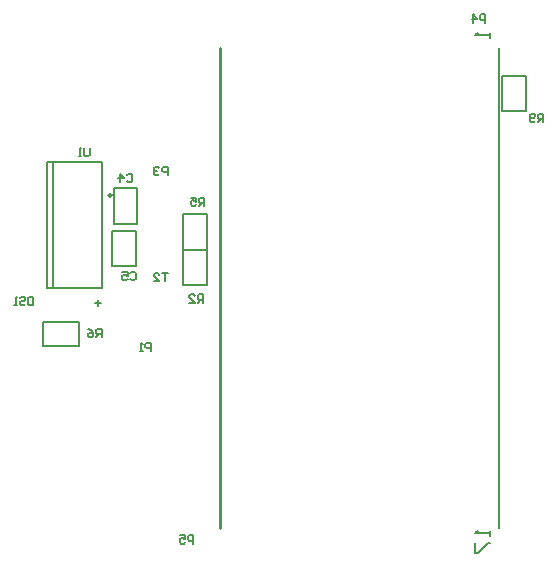
<source format=gbo>
G04*
G04 #@! TF.GenerationSoftware,Altium Limited,Altium Designer,22.7.1 (60)*
G04*
G04 Layer_Color=32896*
%FSLAX44Y44*%
%MOMM*%
G71*
G04*
G04 #@! TF.SameCoordinates,8A5828DB-0F62-4D68-8539-0FC61A56A6C0*
G04*
G04*
G04 #@! TF.FilePolarity,Positive*
G04*
G01*
G75*
%ADD10C,0.2500*%
%ADD11C,0.2000*%
%ADD13C,0.1270*%
%ADD14C,0.1500*%
%ADD44C,0.2540*%
%ADD58C,0.2032*%
D10*
X93250Y373400D02*
G03*
X93250Y373400I-1250J0D01*
G01*
D11*
X421700Y91900D02*
Y498300D01*
X79450Y282000D02*
X84450D01*
X81910Y279540D02*
Y284540D01*
X43500Y294500D02*
Y401500D01*
X38500Y294500D02*
Y401500D01*
X85500Y294500D02*
Y401500D01*
X38500D02*
X85500D01*
X38500Y294500D02*
X85500D01*
D13*
X95000Y349500D02*
Y379500D01*
Y349500D02*
X115000D01*
Y379500D01*
X95000D02*
X115000D01*
X65500Y246000D02*
Y266000D01*
X35500Y246000D02*
X65500D01*
X35500D02*
Y266000D01*
X65500D01*
X174000Y327500D02*
Y357500D01*
X154000D02*
X174000D01*
X154000Y327500D02*
Y357500D01*
Y327500D02*
X174000D01*
Y297500D02*
Y327500D01*
X154000D02*
X174000D01*
X154000Y297500D02*
Y327500D01*
Y297500D02*
X174000D01*
X114000Y313500D02*
Y343500D01*
X94000D02*
X114000D01*
X94000Y313500D02*
Y343500D01*
Y313500D02*
X114000D01*
X444000Y444500D02*
Y474500D01*
X424000D02*
X444000D01*
X424000Y444500D02*
Y474500D01*
Y444500D02*
X444000D01*
D14*
X109166Y307333D02*
X110333Y308499D01*
X112665D01*
X113832Y307333D01*
Y302667D01*
X112665Y301501D01*
X110333D01*
X109166Y302667D01*
X102169Y308499D02*
X106834D01*
Y305000D01*
X104501Y306166D01*
X103335D01*
X102169Y305000D01*
Y302667D01*
X103335Y301501D01*
X105667D01*
X106834Y302667D01*
X74665Y413499D02*
Y407667D01*
X73499Y406501D01*
X71166D01*
X70000Y407667D01*
Y413499D01*
X67667Y406501D02*
X65335D01*
X66501D01*
Y413499D01*
X67667Y412333D01*
X27164Y287499D02*
Y280501D01*
X23665D01*
X22499Y281667D01*
Y286333D01*
X23665Y287499D01*
X27164D01*
X15501Y286333D02*
X16667Y287499D01*
X19000D01*
X20166Y286333D01*
Y285166D01*
X19000Y284000D01*
X16667D01*
X15501Y282834D01*
Y281667D01*
X16667Y280501D01*
X19000D01*
X20166Y281667D01*
X13168Y280501D02*
X10836D01*
X12002D01*
Y287499D01*
X13168Y286333D01*
X140831Y307499D02*
X136166D01*
X138499D01*
Y300501D01*
X129169D02*
X133834D01*
X129169Y305166D01*
Y306333D01*
X130335Y307499D01*
X132667D01*
X133834Y306333D01*
X458831Y435501D02*
Y442499D01*
X455333D01*
X454166Y441333D01*
Y439000D01*
X455333Y437834D01*
X458831D01*
X456499D02*
X454166Y435501D01*
X451834Y436667D02*
X450667Y435501D01*
X448335D01*
X447169Y436667D01*
Y441333D01*
X448335Y442499D01*
X450667D01*
X451834Y441333D01*
Y440166D01*
X450667Y439000D01*
X447169D01*
X84831Y253501D02*
Y260499D01*
X81333D01*
X80166Y259333D01*
Y257000D01*
X81333Y255834D01*
X84831D01*
X82499D02*
X80166Y253501D01*
X73169Y260499D02*
X75501Y259333D01*
X77834Y257000D01*
Y254667D01*
X76667Y253501D01*
X74335D01*
X73169Y254667D01*
Y255834D01*
X74335Y257000D01*
X77834D01*
X171831Y364501D02*
Y371499D01*
X168333D01*
X167166Y370333D01*
Y368000D01*
X168333Y366834D01*
X171831D01*
X169499D02*
X167166Y364501D01*
X160168Y371499D02*
X164834D01*
Y368000D01*
X162501Y369166D01*
X161335D01*
X160168Y368000D01*
Y365667D01*
X161335Y364501D01*
X163667D01*
X164834Y365667D01*
X170832Y282501D02*
Y289499D01*
X167333D01*
X166166Y288333D01*
Y286000D01*
X167333Y284834D01*
X170832D01*
X168499D02*
X166166Y282501D01*
X159169D02*
X163834D01*
X159169Y287166D01*
Y288333D01*
X160335Y289499D01*
X162667D01*
X163834Y288333D01*
X162560Y78486D02*
Y85484D01*
X159061D01*
X157895Y84318D01*
Y81985D01*
X159061Y80819D01*
X162560D01*
X150897Y85484D02*
X155562D01*
Y81985D01*
X153230Y83151D01*
X152063D01*
X150897Y81985D01*
Y79652D01*
X152063Y78486D01*
X154396D01*
X155562Y79652D01*
X409832Y519501D02*
Y526499D01*
X406333D01*
X405166Y525333D01*
Y523000D01*
X406333Y521834D01*
X409832D01*
X399335Y519501D02*
Y526499D01*
X402834Y523000D01*
X398168D01*
X140831Y390501D02*
Y397499D01*
X137333D01*
X136166Y396333D01*
Y394000D01*
X137333Y392834D01*
X140831D01*
X133834Y396333D02*
X132667Y397499D01*
X130335D01*
X129169Y396333D01*
Y395166D01*
X130335Y394000D01*
X131501D01*
X130335D01*
X129169Y392834D01*
Y391667D01*
X130335Y390501D01*
X132667D01*
X133834Y391667D01*
X126665Y241501D02*
Y248499D01*
X123166D01*
X122000Y247333D01*
Y245000D01*
X123166Y243834D01*
X126665D01*
X119667Y241501D02*
X117335D01*
X118501D01*
Y248499D01*
X119667Y247333D01*
X106166Y390333D02*
X107333Y391499D01*
X109665D01*
X110831Y390333D01*
Y385667D01*
X109665Y384501D01*
X107333D01*
X106166Y385667D01*
X100335Y384501D02*
Y391499D01*
X103834Y388000D01*
X99169D01*
D44*
X185480Y91900D02*
Y498300D01*
D58*
X414080Y89360D02*
Y85128D01*
Y87244D01*
X401384D01*
X403500Y89360D01*
X401384Y78780D02*
Y70316D01*
X403500D01*
X411964Y78780D01*
X414080D01*
Y511000D02*
Y506768D01*
Y508884D01*
X401384D01*
X403500Y511000D01*
M02*

</source>
